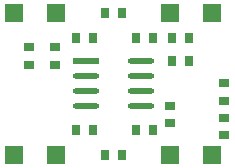
<source format=gtp>
%FSLAX25Y25*%
%MOIN*%
G70*
G01*
G75*
G04 Layer_Color=8421504*
%ADD10R,0.03543X0.02756*%
%ADD11R,0.02756X0.03543*%
%ADD12R,0.03543X0.03150*%
%ADD13R,0.05906X0.05906*%
%ADD14R,0.08858X0.01969*%
%ADD15O,0.08858X0.01969*%
%ADD16C,0.01969*%
%ADD17C,0.00394*%
%ADD18R,0.05906X0.05906*%
%ADD19C,0.05906*%
%ADD20O,0.03937X0.07874*%
%ADD21O,0.03937X0.07874*%
%ADD22C,0.03150*%
%ADD23C,0.00787*%
%ADD24C,0.00984*%
%ADD25C,0.00591*%
D10*
X338500Y290047D02*
D03*
Y295953D02*
D03*
X395000Y283953D02*
D03*
Y278047D02*
D03*
X377000Y276453D02*
D03*
Y270547D02*
D03*
X330000Y290047D02*
D03*
Y295953D02*
D03*
D11*
X345547Y299000D02*
D03*
X351453D02*
D03*
X361042Y307500D02*
D03*
X355136D02*
D03*
X371453Y299000D02*
D03*
X365547D02*
D03*
X383453D02*
D03*
X377547D02*
D03*
X383453Y291500D02*
D03*
X377547D02*
D03*
X371453Y268500D02*
D03*
X365547D02*
D03*
X361042Y260000D02*
D03*
X355136D02*
D03*
X345547Y268500D02*
D03*
X351453D02*
D03*
D12*
X395000Y266744D02*
D03*
Y272256D02*
D03*
D13*
X325110Y307500D02*
D03*
X338890D02*
D03*
X325110Y260000D02*
D03*
X338890D02*
D03*
X390890D02*
D03*
X377110D02*
D03*
X390890Y307500D02*
D03*
X377110D02*
D03*
D14*
X348935Y291500D02*
D03*
D15*
Y286500D02*
D03*
Y281500D02*
D03*
Y276500D02*
D03*
X367243Y291500D02*
D03*
Y286500D02*
D03*
Y281500D02*
D03*
Y276500D02*
D03*
M02*

</source>
